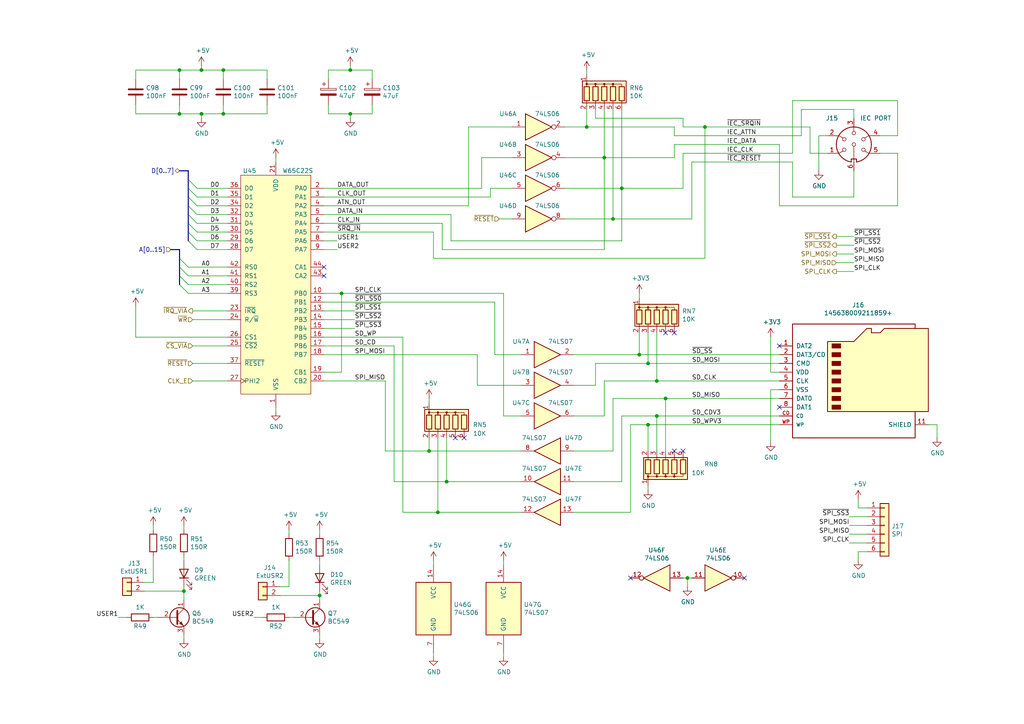
<source format=kicad_sch>
(kicad_sch (version 20211123) (generator eeschema)
  (paper "A4")
  (title_block (title "Y Ddraig Fach") (company "Stephen Moody"))
  (lib_symbols
    (symbol "74xx:74LS06" (pin_names (offset 1.016))
      (property "Reference" "U" (at 0 1.27 0))
      (property "Value" "74LS06" (at 0 -1.27 0))
      (symbol "74LS06_1_0"
        (pin input line (at -7.62 0 0) (length 3.81) (name "~") (number "1"))
        (pin open_collector inverted (at 7.62 0 180) (length 3.81) (name "~") (number "2"))
      )
      (symbol "74LS06_2_0"
        (pin input line (at -7.62 0 0) (length 3.81) (name "~") (number "3"))
        (pin open_collector inverted (at 7.62 0 180) (length 3.81) (name "~") (number "4"))
      )
      (symbol "74LS06_3_0"
        (pin input line (at -7.62 0 0) (length 3.81) (name "~") (number "5"))
        (pin open_collector inverted (at 7.62 0 180) (length 3.81) (name "~") (number "6"))
      )
      (symbol "74LS06_4_0"
        (pin open_collector inverted (at 7.62 0 180) (length 3.81) (name "~") (number "8"))
        (pin input line (at -7.62 0 0) (length 3.81) (name "~") (number "9"))
      )
      (symbol "74LS06_5_0"
        (pin open_collector inverted (at 7.62 0 180) (length 3.81) (name "~") (number "10"))
        (pin input line (at -7.62 0 0) (length 3.81) (name "~") (number "11"))
      )
      (symbol "74LS06_6_0"
        (pin open_collector inverted (at 7.62 0 180) (length 3.81) (name "~") (number "12"))
        (pin input line (at -7.62 0 0) (length 3.81) (name "~") (number "13"))
      )
      (symbol "74LS06_7_0"
        (pin power_in line (at 0 12.7 270) (length 5.08) (name "VCC") (number "14"))
        (pin power_in line (at 0 -12.7 90) (length 5.08) (name "GND") (number "7"))
      )
    )
    (symbol "74xx:74LS07" (pin_names (offset 1.016))
      (property "Reference" "U" (at 0 1.27 0))
      (property "Value" "74LS07" (at 0 -1.27 0))
      (symbol "74LS07_1_0"
        (pin input line (at -7.62 0 0) (length 3.81) (name "~") (number "1"))
        (pin open_collector line (at 7.62 0 180) (length 3.81) (name "~") (number "2"))
      )
      (symbol "74LS07_2_0"
        (pin input line (at -7.62 0 0) (length 3.81) (name "~") (number "3"))
        (pin open_collector line (at 7.62 0 180) (length 3.81) (name "~") (number "4"))
      )
      (symbol "74LS07_3_0"
        (pin input line (at -7.62 0 0) (length 3.81) (name "~") (number "5"))
        (pin open_collector line (at 7.62 0 180) (length 3.81) (name "~") (number "6"))
      )
      (symbol "74LS07_4_0"
        (pin open_collector line (at 7.62 0 180) (length 3.81) (name "~") (number "8"))
        (pin input line (at -7.62 0 0) (length 3.81) (name "~") (number "9"))
      )
      (symbol "74LS07_5_0"
        (pin open_collector line (at 7.62 0 180) (length 3.81) (name "~") (number "10"))
        (pin input line (at -7.62 0 0) (length 3.81) (name "~") (number "11"))
      )
      (symbol "74LS07_6_0"
        (pin open_collector line (at 7.62 0 180) (length 3.81) (name "~") (number "12"))
        (pin input line (at -7.62 0 0) (length 3.81) (name "~") (number "13"))
      )
      (symbol "74LS07_7_0"
        (pin power_in line (at 0 12.7 270) (length 5.08) (name "VCC") (number "14"))
        (pin power_in line (at 0 -12.7 90) (length 5.08) (name "GND") (number "7"))
      )
    )
    (symbol "Connector:DIN-6" (pin_names (offset 1.016))
      (property "Reference" "J" (at 3.175 5.715 0))
      (property "Value" "DIN-6" (at 4.445 -4.445 0))
      (symbol "DIN-6_1_1"
        (pin passive line (at -7.62 -2.54 0) (length 2.54) (name "~") (number "1"))
        (pin passive line (at -7.62 2.54 0) (length 2.54) (name "~") (number "2"))
        (pin passive line (at 0 7.62 270) (length 2.54) (name "~") (number "3"))
        (pin passive line (at 7.62 2.54 180) (length 2.54) (name "~") (number "4"))
        (pin passive line (at 7.62 -2.54 180) (length 2.54) (name "~") (number "5"))
        (pin passive line (at 0 -7.62 90) (length 2.54) (name "~") (number "6"))
      )
    )
    (symbol "Connector_Generic:Conn_01x02" (pin_names (offset 1.016) hide)
      (property "Reference" "J" (at 0 2.54 0))
      (property "Value" "Conn_01x02" (at 0 -5.08 0))
      (symbol "Conn_01x02_1_1"
        (pin passive line (at -5.08 0 0) (length 3.81) (name "Pin_1") (number "1"))
        (pin passive line (at -5.08 -2.54 0) (length 3.81) (name "Pin_2") (number "2"))
      )
    )
    (symbol "Connector_Generic:Conn_01x06" (pin_names (offset 1.016) hide)
      (property "Reference" "J" (at 0 7.62 0))
      (property "Value" "Conn_01x06" (at 0 -10.16 0))
      (symbol "Conn_01x06_1_1"
        (pin passive line (at -5.08 5.08 0) (length 3.81) (name "Pin_1") (number "1"))
        (pin passive line (at -5.08 2.54 0) (length 3.81) (name "Pin_2") (number "2"))
        (pin passive line (at -5.08 0 0) (length 3.81) (name "Pin_3") (number "3"))
        (pin passive line (at -5.08 -2.54 0) (length 3.81) (name "Pin_4") (number "4"))
        (pin passive line (at -5.08 -5.08 0) (length 3.81) (name "Pin_5") (number "5"))
        (pin passive line (at -5.08 -7.62 0) (length 3.81) (name "Pin_6") (number "6"))
      )
    )
    (symbol "Ddraig:145638009211859+" (pin_names (offset 1.016))
      (property "Reference" "J" (at -7.6454 16.0274 0))
      (property "Value" "145638009211859+" (at -8.89 -21.59 0))
      (symbol "145638009211859+_0_0"
        (pin no_connect line (at -22.86 10.16 0) (length 5.08) hide (name "10") (number "10"))
        (pin no_connect line (at -22.86 12.7 0) (length 5.08) hide (name "9") (number "9"))
        (pin passive line (at -22.86 -12.7 0) (length 3.81) (name "CD") (number "CD"))
        (pin passive line (at -22.86 -15.24 0) (length 3.81) (name "WP") (number "WP"))
      )
      (symbol "145638009211859+_1_1"
        (pin bidirectional line (at -22.86 7.62 0) (length 3.81) (name "DAT2") (number "1"))
        (pin passive line (at 20.32 -15.24 180) (length 3.81) (name "SHIELD") (number "11"))
        (pin bidirectional line (at -22.86 5.08 0) (length 3.81) (name "DAT3/CD") (number "2"))
        (pin input line (at -22.86 2.54 0) (length 3.81) (name "CMD") (number "3"))
        (pin power_in line (at -22.86 0 0) (length 3.81) (name "VDD") (number "4"))
        (pin input line (at -22.86 -2.54 0) (length 3.81) (name "CLK") (number "5"))
        (pin power_in line (at -22.86 -5.08 0) (length 3.81) (name "VSS") (number "6"))
        (pin bidirectional line (at -22.86 -7.62 0) (length 3.81) (name "DAT0") (number "7"))
        (pin bidirectional line (at -22.86 -10.16 0) (length 3.81) (name "DAT1") (number "8"))
      )
    )
    (symbol "Ddraig:W65C22S" (pin_names (offset 1.016))
      (property "Reference" "U" (at 5.08 29.21 0))
      (property "Value" "W65C22S" (at 12.7 24.13 0))
      (symbol "W65C22S_1_1"
        (pin power_in line (at 0 -50.8 90) (length 3.81) (name "VSS") (number "1"))
        (pin bidirectional line (at 13.97 -17.78 180) (length 3.81) (name "PB0") (number "10"))
        (pin no_connect line (at -13.97 -7.62 0) (length 3.81) hide (name "NC") (number "11"))
        (pin bidirectional line (at 13.97 -20.32 180) (length 3.81) (name "PB1") (number "12"))
        (pin bidirectional line (at 13.97 -22.86 180) (length 3.81) (name "PB2") (number "13"))
        (pin bidirectional line (at 13.97 -25.4 180) (length 3.81) (name "PB3") (number "14"))
        (pin bidirectional line (at 13.97 -27.94 180) (length 3.81) (name "PB4") (number "15"))
        (pin bidirectional line (at 13.97 -30.48 180) (length 3.81) (name "PB5") (number "16"))
        (pin bidirectional line (at 13.97 -33.02 180) (length 3.81) (name "PB6") (number "17"))
        (pin bidirectional line (at 13.97 -35.56 180) (length 3.81) (name "PB7") (number "18"))
        (pin bidirectional line (at 13.97 -40.64 180) (length 3.81) (name "CB1") (number "19"))
        (pin bidirectional line (at 13.97 12.7 180) (length 3.81) (name "PA0") (number "2"))
        (pin bidirectional line (at 13.97 -43.18 180) (length 3.81) (name "CB2") (number "20"))
        (pin power_in line (at 0 20.32 270) (length 3.81) (name "VDD") (number "21"))
        (pin no_connect line (at -13.97 -20.32 0) (length 3.81) hide (name "NC") (number "22"))
        (pin output line (at -13.97 -22.86 0) (length 3.81) (name "~{IRQ}") (number "23"))
        (pin input line (at -13.97 -25.4 0) (length 3.81) (name "R/~{W}") (number "24"))
        (pin input line (at -13.97 -33.02 0) (length 3.81) (name "~{CS2}") (number "25"))
        (pin input line (at -13.97 -30.48 0) (length 3.81) (name "CS1") (number "26"))
        (pin input clock (at -13.97 -43.18 0) (length 3.81) (name "PHI2") (number "27"))
        (pin bidirectional line (at -13.97 -5.08 0) (length 3.81) (name "D7") (number "28"))
        (pin bidirectional line (at -13.97 -2.54 0) (length 3.81) (name "D6") (number "29"))
        (pin bidirectional line (at 13.97 10.16 180) (length 3.81) (name "PA1") (number "3"))
        (pin bidirectional line (at -13.97 0 0) (length 3.81) (name "D5") (number "30"))
        (pin bidirectional line (at -13.97 2.54 0) (length 3.81) (name "D4") (number "31"))
        (pin bidirectional line (at -13.97 5.08 0) (length 3.81) (name "D3") (number "32"))
        (pin no_connect line (at -13.97 -27.94 0) (length 3.81) hide (name "NC") (number "33"))
        (pin bidirectional line (at -13.97 7.62 0) (length 3.81) (name "D2") (number "34"))
        (pin bidirectional line (at -13.97 10.16 0) (length 3.81) (name "D1") (number "35"))
        (pin bidirectional line (at -13.97 12.7 0) (length 3.81) (name "D0") (number "36"))
        (pin input line (at -13.97 -38.1 0) (length 3.81) (name "~{RESET}") (number "37"))
        (pin no_connect line (at -13.97 -35.56 0) (length 3.81) hide (name "NC") (number "38"))
        (pin input line (at -13.97 -17.78 0) (length 3.81) (name "RS3") (number "39"))
        (pin bidirectional line (at 13.97 7.62 180) (length 3.81) (name "PA2") (number "4"))
        (pin input line (at -13.97 -15.24 0) (length 3.81) (name "RS2") (number "40"))
        (pin input line (at -13.97 -12.7 0) (length 3.81) (name "RS1") (number "41"))
        (pin input line (at -13.97 -10.16 0) (length 3.81) (name "RS0") (number "42"))
        (pin bidirectional line (at 13.97 -12.7 180) (length 3.81) (name "CA2") (number "43"))
        (pin bidirectional line (at 13.97 -10.16 180) (length 3.81) (name "CA1") (number "44"))
        (pin bidirectional line (at 13.97 5.08 180) (length 3.81) (name "PA3") (number "5"))
        (pin bidirectional line (at 13.97 2.54 180) (length 3.81) (name "PA4") (number "6"))
        (pin bidirectional line (at 13.97 0 180) (length 3.81) (name "PA5") (number "7"))
        (pin bidirectional line (at 13.97 -2.54 180) (length 3.81) (name "PA6") (number "8"))
        (pin bidirectional line (at 13.97 -5.08 180) (length 3.81) (name "PA7") (number "9"))
      )
    )
    (symbol "Device:C" (pin_numbers hide) (pin_names (offset 0.254))
      (property "Reference" "C" (at 0.635 2.54 0))
      (property "Value" "C" (at 0.635 -2.54 0))
      (symbol "C_1_1"
        (pin passive line (at 0 3.81 270) (length 2.794) (name "~") (number "1"))
        (pin passive line (at 0 -3.81 90) (length 2.794) (name "~") (number "2"))
      )
    )
    (symbol "Device:C_Polarized" (pin_numbers hide) (pin_names (offset 0.254))
      (property "Reference" "C" (at 0.635 2.54 0))
      (property "Value" "C_Polarized" (at 0.635 -2.54 0))
      (symbol "C_Polarized_1_1"
        (pin passive line (at 0 3.81 270) (length 2.794) (name "~") (number "1"))
        (pin passive line (at 0 -3.81 90) (length 2.794) (name "~") (number "2"))
      )
    )
    (symbol "Device:LED" (pin_numbers hide) (pin_names (offset 1.016) hide)
      (property "Reference" "D" (at 0 2.54 0))
      (property "Value" "LED" (at 0 -2.54 0))
      (symbol "LED_1_1"
        (pin passive line (at -3.81 0 0) (length 2.54) (name "K") (number "1"))
        (pin passive line (at 3.81 0 180) (length 2.54) (name "A") (number "2"))
      )
    )
    (symbol "Device:R" (pin_numbers hide) (pin_names (offset 0))
      (property "Reference" "R" (at 2.032 0 90))
      (property "Value" "R" (at 0 0 90))
      (symbol "R_1_1"
        (pin passive line (at 0 3.81 270) (length 1.27) (name "~") (number "1"))
        (pin passive line (at 0 -3.81 90) (length 1.27) (name "~") (number "2"))
      )
    )
    (symbol "Device:R_Network05" (pin_names (offset 0) hide)
      (property "Reference" "RN" (at -7.62 0 90))
      (property "Value" "R_Network05" (at 7.62 0 90))
      (symbol "R_Network05_1_1"
        (pin passive line (at -5.08 5.08 270) (length 2.54) (name "common") (number "1"))
        (pin passive line (at -5.08 -5.08 90) (length 1.27) (name "R1") (number "2"))
        (pin passive line (at -2.54 -5.08 90) (length 1.27) (name "R2") (number "3"))
        (pin passive line (at 0 -5.08 90) (length 1.27) (name "R3") (number "4"))
        (pin passive line (at 2.54 -5.08 90) (length 1.27) (name "R4") (number "5"))
        (pin passive line (at 5.08 -5.08 90) (length 1.27) (name "R5") (number "6"))
      )
    )
    (symbol "Transistor_BJT:BC549" (pin_names (offset 0) hide)
      (property "Reference" "Q" (at 5.08 1.905 0))
      (property "Value" "BC549" (at 5.08 0 0))
      (symbol "BC549_1_1"
        (pin passive line (at 2.54 5.08 270) (length 2.54) (name "C") (number "1"))
        (pin input line (at -5.08 0 0) (length 5.08) (name "B") (number "2"))
        (pin passive line (at 2.54 -5.08 90) (length 2.54) (name "E") (number "3"))
      )
    )
    (symbol "power:+3V3" (power) (pin_names (offset 0))
      (property "Value" "+3V3" (at 0 3.556 0))
      (symbol "+3V3_1_1"
        (pin power_in line (at 0 0 90) (length 0) hide (name "+3V3") (number "1"))
      )
    )
    (symbol "power:+5V" (power) (pin_names (offset 0))
      (property "Value" "+5V" (at 0 3.556 0))
      (symbol "+5V_1_1"
        (pin power_in line (at 0 0 90) (length 0) hide (name "+5V") (number "1"))
      )
    )
    (symbol "power:GND" (power) (pin_names (offset 0))
      (property "Value" "GND" (at 0 -3.81 0))
      (symbol "GND_1_1"
        (pin power_in line (at 0 0 270) (length 0) hide (name "GND") (number "1"))
      )
    )
  )
  (junction (at 185.42 102.87))
  (junction (at 99.06 85.09))
  (junction (at 177.8 63.5))
  (junction (at 180.34 54.61))
  (junction (at 193.04 115.57))
  (junction (at 101.6 20.32))
  (junction (at 64.77 20.32))
  (junction (at 187.96 105.41))
  (junction (at 64.77 33.02))
  (junction (at 58.42 33.02))
  (junction (at 92.71 172.72))
  (junction (at 124.46 130.81))
  (junction (at 199.39 167.64))
  (junction (at 52.07 33.02))
  (junction (at 53.34 171.45))
  (junction (at 175.26 45.72))
  (junction (at 187.96 123.19))
  (junction (at 52.07 20.32))
  (junction (at 204.47 36.83))
  (junction (at 129.54 139.7))
  (junction (at 190.5 110.49))
  (junction (at 127 148.59))
  (junction (at 58.42 20.32))
  (junction (at 190.5 120.65))
  (junction (at 170.18 36.83))
  (junction (at 101.6 33.02))
  (no_connect (at 134.62 127))
  (no_connect (at 93.98 80.01))
  (no_connect (at 93.98 77.47))
  (no_connect (at 226.06 118.11))
  (no_connect (at 195.58 130.81))
  (no_connect (at 132.08 127))
  (no_connect (at 182.88 167.64))
  (no_connect (at 226.06 100.33))
  (no_connect (at 193.04 96.52))
  (no_connect (at 198.12 130.81))
  (no_connect (at 215.9 167.64))
  (no_connect (at 195.58 96.52))
  (bus_entry (at 54.61 69.85) (size 2.54 2.54))
  (bus_entry (at 54.61 52.07) (size 2.54 2.54))
  (bus_entry (at 54.61 59.69) (size 2.54 2.54))
  (bus_entry (at 54.61 57.15) (size 2.54 2.54))
  (bus_entry (at 52.07 77.47) (size 2.54 2.54))
  (bus_entry (at 54.61 54.61) (size 2.54 2.54))
  (bus_entry (at 52.07 74.93) (size 2.54 2.54))
  (bus_entry (at 54.61 64.77) (size 2.54 2.54))
  (bus_entry (at 52.07 82.55) (size 2.54 2.54))
  (bus_entry (at 52.07 80.01) (size 2.54 2.54))
  (bus_entry (at 54.61 67.31) (size 2.54 2.54))
  (bus_entry (at 54.61 62.23) (size 2.54 2.54))
  (wire (pts (xy 55.88 90.17) (xy 66.04 90.17)))
  (wire (pts (xy 95.25 33.02) (xy 101.6 33.02)))
  (wire (pts (xy 255.27 44.45) (xy 260.35 44.45)))
  (wire (pts (xy 139.7 54.61) (xy 139.7 45.72)))
  (wire (pts (xy 180.34 54.61) (xy 198.12 54.61)))
  (wire (pts (xy 166.37 111.76) (xy 172.72 111.76)))
  (wire (pts (xy 185.42 102.87) (xy 226.06 102.87)))
  (wire (pts (xy 248.92 160.02) (xy 251.46 160.02)))
  (wire (pts (xy 144.78 63.5) (xy 148.59 63.5)))
  (wire (pts (xy 271.78 127) (xy 271.78 123.19)))
  (wire (pts (xy 66.04 69.85) (xy 57.15 69.85)))
  (wire (pts (xy 180.34 54.61) (xy 180.34 69.85)))
  (wire (pts (xy 237.49 39.37) (xy 240.03 39.37)))
  (wire (pts (xy 182.88 148.59) (xy 166.37 148.59)))
  (wire (pts (xy 247.65 57.15) (xy 247.65 49.53)))
  (wire (pts (xy 92.71 163.83) (xy 92.71 162.56)))
  (wire (pts (xy 143.51 102.87) (xy 151.13 102.87)))
  (wire (pts (xy 58.42 20.32) (xy 64.77 20.32)))
  (wire (pts (xy 64.77 22.86) (xy 64.77 20.32)))
  (wire (pts (xy 175.26 31.75) (xy 175.26 45.72)))
  (wire (pts (xy 193.04 130.81) (xy 193.04 115.57)))
  (wire (pts (xy 251.46 152.4) (xy 246.38 152.4)))
  (wire (pts (xy 55.88 105.41) (xy 66.04 105.41)))
  (wire (pts (xy 93.98 64.77) (xy 128.27 64.77)))
  (wire (pts (xy 80.01 46.99) (xy 80.01 45.72)))
  (wire (pts (xy 66.04 100.33) (xy 55.88 100.33)))
  (wire (pts (xy 247.65 34.29) (xy 247.65 31.75)))
  (wire (pts (xy 251.46 149.86) (xy 246.38 149.86)))
  (wire (pts (xy 193.04 115.57) (xy 226.06 115.57)))
  (wire (pts (xy 130.81 62.23) (xy 130.81 69.85)))
  (wire (pts (xy 251.46 154.94) (xy 246.38 154.94)))
  (bus (pts (xy 54.61 59.69) (xy 54.61 62.23)))
  (wire (pts (xy 41.91 168.91) (xy 44.45 168.91)))
  (wire (pts (xy 93.98 97.79) (xy 116.84 97.79)))
  (wire (pts (xy 180.34 120.65) (xy 180.34 139.7)))
  (wire (pts (xy 247.65 76.2) (xy 242.57 76.2)))
  (wire (pts (xy 135.89 59.69) (xy 135.89 36.83)))
  (wire (pts (xy 66.04 67.31) (xy 57.15 67.31)))
  (wire (pts (xy 229.87 46.99) (xy 229.87 57.15)))
  (wire (pts (xy 163.83 45.72) (xy 175.26 45.72)))
  (wire (pts (xy 247.65 31.75) (xy 232.41 31.75)))
  (wire (pts (xy 73.66 179.07) (xy 76.2 179.07)))
  (bus (pts (xy 54.61 54.61) (xy 54.61 57.15)))
  (wire (pts (xy 177.8 115.57) (xy 193.04 115.57)))
  (wire (pts (xy 187.96 142.24) (xy 187.96 140.97)))
  (wire (pts (xy 198.12 34.29) (xy 198.12 36.83)))
  (wire (pts (xy 101.6 19.05) (xy 101.6 20.32)))
  (wire (pts (xy 34.29 179.07) (xy 36.83 179.07)))
  (wire (pts (xy 248.92 162.56) (xy 248.92 160.02)))
  (wire (pts (xy 232.41 31.75) (xy 232.41 39.37)))
  (wire (pts (xy 58.42 34.29) (xy 58.42 33.02)))
  (wire (pts (xy 39.37 97.79) (xy 66.04 97.79)))
  (wire (pts (xy 124.46 127) (xy 124.46 130.81)))
  (wire (pts (xy 53.34 170.18) (xy 53.34 171.45)))
  (wire (pts (xy 127 127) (xy 127 148.59)))
  (wire (pts (xy 66.04 92.71) (xy 55.88 92.71)))
  (wire (pts (xy 251.46 147.32) (xy 248.92 147.32)))
  (wire (pts (xy 101.6 34.29) (xy 101.6 33.02)))
  (wire (pts (xy 95.25 20.32) (xy 101.6 20.32)))
  (bus (pts (xy 54.61 62.23) (xy 54.61 64.77)))
  (wire (pts (xy 247.65 78.74) (xy 242.57 78.74)))
  (wire (pts (xy 143.51 87.63) (xy 143.51 102.87)))
  (wire (pts (xy 260.35 59.69) (xy 226.06 59.69)))
  (bus (pts (xy 52.07 72.39) (xy 52.07 74.93)))
  (wire (pts (xy 83.82 170.18) (xy 83.82 162.56)))
  (bus (pts (xy 54.61 49.53) (xy 54.61 52.07)))
  (bus (pts (xy 54.61 52.07) (xy 54.61 54.61)))
  (wire (pts (xy 93.98 87.63) (xy 143.51 87.63)))
  (wire (pts (xy 95.25 30.48) (xy 95.25 33.02)))
  (wire (pts (xy 39.37 22.86) (xy 39.37 20.32)))
  (wire (pts (xy 116.84 97.79) (xy 116.84 148.59)))
  (wire (pts (xy 77.47 33.02) (xy 77.47 30.48)))
  (wire (pts (xy 125.73 162.56) (xy 125.73 163.83)))
  (wire (pts (xy 195.58 39.37) (xy 232.41 39.37)))
  (wire (pts (xy 124.46 130.81) (xy 111.76 130.81)))
  (wire (pts (xy 170.18 20.32) (xy 170.18 21.59)))
  (wire (pts (xy 185.42 86.36) (xy 185.42 85.09)))
  (wire (pts (xy 187.96 130.81) (xy 187.96 123.19)))
  (wire (pts (xy 177.8 31.75) (xy 177.8 63.5)))
  (wire (pts (xy 148.59 54.61) (xy 142.24 54.61)))
  (wire (pts (xy 66.04 72.39) (xy 57.15 72.39)))
  (wire (pts (xy 180.34 120.65) (xy 190.5 120.65)))
  (wire (pts (xy 166.37 102.87) (xy 185.42 102.87)))
  (wire (pts (xy 187.96 123.19) (xy 226.06 123.19)))
  (wire (pts (xy 93.98 67.31) (xy 125.73 67.31)))
  (wire (pts (xy 151.13 130.81) (xy 124.46 130.81)))
  (wire (pts (xy 39.37 20.32) (xy 52.07 20.32)))
  (wire (pts (xy 80.01 118.11) (xy 80.01 119.38)))
  (wire (pts (xy 166.37 120.65) (xy 175.26 120.65)))
  (wire (pts (xy 175.26 110.49) (xy 190.5 110.49)))
  (wire (pts (xy 114.3 100.33) (xy 114.3 139.7)))
  (wire (pts (xy 177.8 130.81) (xy 166.37 130.81)))
  (wire (pts (xy 53.34 184.15) (xy 53.34 185.42)))
  (wire (pts (xy 116.84 148.59) (xy 127 148.59)))
  (wire (pts (xy 52.07 22.86) (xy 52.07 20.32)))
  (wire (pts (xy 175.26 110.49) (xy 175.26 120.65)))
  (wire (pts (xy 114.3 139.7) (xy 129.54 139.7)))
  (wire (pts (xy 125.73 67.31) (xy 125.73 74.93)))
  (wire (pts (xy 142.24 57.15) (xy 142.24 54.61)))
  (wire (pts (xy 226.06 59.69) (xy 226.06 41.91)))
  (wire (pts (xy 146.05 162.56) (xy 146.05 163.83)))
  (bus (pts (xy 52.07 72.39) (xy 49.53 72.39)))
  (wire (pts (xy 93.98 69.85) (xy 97.79 69.85)))
  (wire (pts (xy 199.39 170.18) (xy 199.39 167.64)))
  (wire (pts (xy 172.72 111.76) (xy 172.72 105.41)))
  (wire (pts (xy 148.59 45.72) (xy 139.7 45.72)))
  (wire (pts (xy 195.58 41.91) (xy 226.06 41.91)))
  (wire (pts (xy 175.26 45.72) (xy 195.58 45.72)))
  (wire (pts (xy 107.95 22.86) (xy 107.95 20.32)))
  (wire (pts (xy 54.61 77.47) (xy 66.04 77.47)))
  (wire (pts (xy 138.43 111.76) (xy 151.13 111.76)))
  (wire (pts (xy 93.98 72.39) (xy 97.79 72.39)))
  (wire (pts (xy 66.04 59.69) (xy 57.15 59.69)))
  (wire (pts (xy 83.82 154.94) (xy 83.82 153.67)))
  (wire (pts (xy 247.65 68.58) (xy 242.57 68.58)))
  (wire (pts (xy 95.25 22.86) (xy 95.25 20.32)))
  (wire (pts (xy 204.47 36.83) (xy 234.95 36.83)))
  (wire (pts (xy 199.39 167.64) (xy 200.66 167.64)))
  (wire (pts (xy 128.27 72.39) (xy 175.26 72.39)))
  (wire (pts (xy 247.65 73.66) (xy 242.57 73.66)))
  (wire (pts (xy 180.34 31.75) (xy 180.34 54.61)))
  (wire (pts (xy 52.07 30.48) (xy 52.07 33.02)))
  (wire (pts (xy 44.45 168.91) (xy 44.45 161.29)))
  (wire (pts (xy 146.05 189.23) (xy 146.05 190.5)))
  (bus (pts (xy 52.07 80.01) (xy 52.07 82.55)))
  (wire (pts (xy 99.06 85.09) (xy 93.98 85.09)))
  (wire (pts (xy 163.83 36.83) (xy 170.18 36.83)))
  (wire (pts (xy 255.27 39.37) (xy 260.35 39.37)))
  (wire (pts (xy 240.03 44.45) (xy 234.95 44.45)))
  (wire (pts (xy 146.05 85.09) (xy 146.05 120.65)))
  (wire (pts (xy 64.77 33.02) (xy 77.47 33.02)))
  (wire (pts (xy 58.42 19.05) (xy 58.42 20.32)))
  (wire (pts (xy 251.46 157.48) (xy 246.38 157.48)))
  (wire (pts (xy 195.58 39.37) (xy 195.58 36.83)))
  (wire (pts (xy 170.18 36.83) (xy 195.58 36.83)))
  (wire (pts (xy 93.98 110.49) (xy 111.76 110.49)))
  (wire (pts (xy 200.66 46.99) (xy 200.66 63.5)))
  (wire (pts (xy 92.71 172.72) (xy 81.28 172.72)))
  (wire (pts (xy 170.18 31.75) (xy 170.18 36.83)))
  (wire (pts (xy 93.98 54.61) (xy 139.7 54.61)))
  (wire (pts (xy 54.61 80.01) (xy 66.04 80.01)))
  (wire (pts (xy 93.98 62.23) (xy 130.81 62.23)))
  (wire (pts (xy 54.61 82.55) (xy 66.04 82.55)))
  (wire (pts (xy 39.37 30.48) (xy 39.37 33.02)))
  (wire (pts (xy 66.04 62.23) (xy 57.15 62.23)))
  (wire (pts (xy 93.98 92.71) (xy 102.87 92.71)))
  (wire (pts (xy 93.98 57.15) (xy 142.24 57.15)))
  (wire (pts (xy 111.76 130.81) (xy 111.76 110.49)))
  (wire (pts (xy 99.06 85.09) (xy 146.05 85.09)))
  (wire (pts (xy 185.42 96.52) (xy 185.42 102.87)))
  (bus (pts (xy 52.07 74.93) (xy 52.07 77.47)))
  (wire (pts (xy 172.72 31.75) (xy 172.72 34.29)))
  (wire (pts (xy 39.37 33.02) (xy 52.07 33.02)))
  (wire (pts (xy 129.54 127) (xy 129.54 139.7)))
  (wire (pts (xy 44.45 179.07) (xy 45.72 179.07)))
  (wire (pts (xy 260.35 44.45) (xy 260.35 59.69)))
  (wire (pts (xy 198.12 36.83) (xy 204.47 36.83)))
  (wire (pts (xy 64.77 30.48) (xy 64.77 33.02)))
  (wire (pts (xy 92.71 184.15) (xy 92.71 185.42)))
  (wire (pts (xy 190.5 120.65) (xy 226.06 120.65)))
  (wire (pts (xy 66.04 110.49) (xy 55.88 110.49)))
  (wire (pts (xy 102.87 95.25) (xy 93.98 95.25)))
  (wire (pts (xy 198.12 44.45) (xy 229.87 44.45)))
  (wire (pts (xy 125.73 189.23) (xy 125.73 190.5)))
  (wire (pts (xy 66.04 64.77) (xy 57.15 64.77)))
  (wire (pts (xy 128.27 72.39) (xy 128.27 64.77)))
  (wire (pts (xy 93.98 59.69) (xy 135.89 59.69)))
  (wire (pts (xy 177.8 63.5) (xy 200.66 63.5)))
  (wire (pts (xy 135.89 36.83) (xy 148.59 36.83)))
  (wire (pts (xy 146.05 120.65) (xy 151.13 120.65)))
  (wire (pts (xy 127 148.59) (xy 151.13 148.59)))
  (bus (pts (xy 54.61 67.31) (xy 54.61 69.85)))
  (wire (pts (xy 101.6 20.32) (xy 107.95 20.32)))
  (wire (pts (xy 200.66 46.99) (xy 229.87 46.99)))
  (wire (pts (xy 81.28 170.18) (xy 83.82 170.18)))
  (wire (pts (xy 190.5 96.52) (xy 190.5 110.49)))
  (wire (pts (xy 93.98 100.33) (xy 114.3 100.33)))
  (wire (pts (xy 172.72 105.41) (xy 187.96 105.41)))
  (wire (pts (xy 226.06 107.95) (xy 223.52 107.95)))
  (wire (pts (xy 107.95 30.48) (xy 107.95 33.02)))
  (wire (pts (xy 204.47 74.93) (xy 204.47 36.83)))
  (wire (pts (xy 129.54 139.7) (xy 151.13 139.7)))
  (wire (pts (xy 182.88 123.19) (xy 187.96 123.19)))
  (wire (pts (xy 124.46 115.57) (xy 124.46 116.84)))
  (wire (pts (xy 229.87 29.21) (xy 229.87 44.45)))
  (wire (pts (xy 99.06 107.95) (xy 93.98 107.95)))
  (bus (pts (xy 52.07 77.47) (xy 52.07 80.01)))
  (wire (pts (xy 190.5 130.81) (xy 190.5 120.65)))
  (wire (pts (xy 247.65 71.12) (xy 242.57 71.12)))
  (wire (pts (xy 101.6 33.02) (xy 107.95 33.02)))
  (wire (pts (xy 223.52 97.79) (xy 223.52 107.95)))
  (wire (pts (xy 92.71 171.45) (xy 92.71 172.72)))
  (wire (pts (xy 130.81 69.85) (xy 180.34 69.85)))
  (wire (pts (xy 180.34 139.7) (xy 166.37 139.7)))
  (wire (pts (xy 237.49 49.53) (xy 237.49 39.37)))
  (wire (pts (xy 234.95 44.45) (xy 234.95 36.83)))
  (wire (pts (xy 187.96 105.41) (xy 226.06 105.41)))
  (wire (pts (xy 195.58 41.91) (xy 195.58 45.72)))
  (wire (pts (xy 102.87 90.17) (xy 93.98 90.17)))
  (wire (pts (xy 223.52 113.03) (xy 226.06 113.03)))
  (wire (pts (xy 53.34 171.45) (xy 41.91 171.45)))
  (wire (pts (xy 182.88 123.19) (xy 182.88 148.59)))
  (wire (pts (xy 83.82 179.07) (xy 85.09 179.07)))
  (wire (pts (xy 66.04 54.61) (xy 57.15 54.61)))
  (wire (pts (xy 125.73 74.93) (xy 204.47 74.93)))
  (wire (pts (xy 172.72 34.29) (xy 198.12 34.29)))
  (bus (pts (xy 54.61 64.77) (xy 54.61 67.31)))
  (wire (pts (xy 58.42 33.02) (xy 64.77 33.02)))
  (wire (pts (xy 260.35 39.37) (xy 260.35 29.21)))
  (wire (pts (xy 177.8 115.57) (xy 177.8 130.81)))
  (wire (pts (xy 163.83 63.5) (xy 177.8 63.5)))
  (wire (pts (xy 54.61 85.09) (xy 66.04 85.09)))
  (wire (pts (xy 93.98 102.87) (xy 138.43 102.87)))
  (wire (pts (xy 92.71 154.94) (xy 92.71 153.67)))
  (wire (pts (xy 260.35 29.21) (xy 229.87 29.21)))
  (wire (pts (xy 163.83 54.61) (xy 180.34 54.61)))
  (bus (pts (xy 54.61 57.15) (xy 54.61 59.69)))
  (wire (pts (xy 39.37 88.9) (xy 39.37 97.79)))
  (wire (pts (xy 64.77 20.32) (xy 77.47 20.32)))
  (wire (pts (xy 223.52 128.27) (xy 223.52 113.03)))
  (wire (pts (xy 77.47 20.32) (xy 77.47 22.86)))
  (wire (pts (xy 53.34 162.56) (xy 53.34 161.29)))
  (wire (pts (xy 187.96 96.52) (xy 187.96 105.41)))
  (bus (pts (xy 54.61 49.53) (xy 52.07 49.53)))
  (wire (pts (xy 248.92 147.32) (xy 248.92 144.78)))
  (wire (pts (xy 175.26 45.72) (xy 175.26 72.39)))
  (wire (pts (xy 190.5 110.49) (xy 226.06 110.49)))
  (wire (pts (xy 138.43 102.87) (xy 138.43 111.76)))
  (wire (pts (xy 52.07 20.32) (xy 58.42 20.32)))
  (wire (pts (xy 66.04 57.15) (xy 57.15 57.15)))
  (wire (pts (xy 44.45 153.67) (xy 44.45 152.4)))
  (wire (pts (xy 92.71 173.99) (xy 92.71 172.72)))
  (wire (pts (xy 52.07 33.02) (xy 58.42 33.02)))
  (wire (pts (xy 199.39 167.64) (xy 198.12 167.64)))
  (wire (pts (xy 229.87 57.15) (xy 247.65 57.15)))
  (wire (pts (xy 271.78 123.19) (xy 269.24 123.19)))
  (wire (pts (xy 99.06 85.09) (xy 99.06 107.95)))
  (wire (pts (xy 53.34 171.45) (xy 53.34 173.99)))
  (wire (pts (xy 198.12 44.45) (xy 198.12 54.61)))
  (wire (pts (xy 53.34 153.67) (xy 53.34 152.4)))
  (label "ATN_OUT" (at 97.79 59.69 0))
  (label "~{SRQ_IN}" (at 97.79 67.31 0))
  (label "A3" (at 58.42 85.09 0))
  (label "D6" (at 60.96 69.85 0))
  (label "D7" (at 60.96 72.39 0))
  (label "D3" (at 60.96 62.23 0))
  (label "SPI_CLK" (at 102.87 85.09 0))
  (label "~{SD_SS}" (at 200.66 102.87 0))
  (label "SPI_MOSI" (at 247.65 73.66 0))
  (label "DATA_IN" (at 97.79 62.23 0))
  (label "IEC_CLK" (at 210.82 44.45 0))
  (label "CLK_OUT" (at 97.79 57.15 0))
  (label "~{IEC_SRQIN}" (at 210.82 36.83 0))
  (label "D4" (at 60.96 64.77 0))
  (label "SPI_MOSI" (at 246.38 152.4 180))
  (label "~{SPI_SS3}" (at 102.87 95.25 0))
  (label "SPI_MISO" (at 247.65 76.2 0))
  (label "SD_CLK" (at 200.66 110.49 0))
  (label "~{SPI_SS1}" (at 102.87 90.17 0))
  (label "USER1" (at 97.79 69.85 0))
  (label "SD_WP" (at 102.87 97.79 0))
  (label "A0" (at 58.42 77.47 0))
  (label "D5" (at 60.96 67.31 0))
  (label "A1" (at 58.42 80.01 0))
  (label "USER2" (at 97.79 72.39 0))
  (label "SPI_MISO" (at 102.87 110.49 0))
  (label "D1" (at 60.96 57.15 0))
  (label "~{SPI_SS1}" (at 247.65 68.58 0))
  (label "~{IEC_RESET}" (at 210.82 46.99 0))
  (label "~{SPI_SS0}" (at 102.87 87.63 0))
  (label "SD_MOSI" (at 200.66 105.41 0))
  (label "SD_WPV3" (at 200.66 123.19 0))
  (label "~{SPI_SS2}" (at 102.87 92.71 0))
  (label "SPI_MOSI" (at 102.87 102.87 0))
  (label "USER1" (at 34.29 179.07 180))
  (label "SPI_CLK" (at 247.65 78.74 0))
  (label "SPI_CLK" (at 246.38 157.48 180))
  (label "DATA_OUT" (at 97.79 54.61 0))
  (label "IEC_DATA" (at 210.82 41.91 0))
  (label "~{SPI_SS3}" (at 246.38 149.86 180))
  (label "CLK_IN" (at 97.79 64.77 0))
  (label "~{SPI_SS2}" (at 247.65 71.12 0))
  (label "USER2" (at 73.66 179.07 180))
  (label "IEC_ATTN" (at 210.82 39.37 0))
  (label "SD_CDV3" (at 200.66 120.65 0))
  (label "SPI_MISO" (at 246.38 154.94 180))
  (label "SD_MISO" (at 200.66 115.57 0))
  (label "D2" (at 60.96 59.69 0))
  (label "D0" (at 60.96 54.61 0))
  (label "A2" (at 58.42 82.55 0))
  (label "SD_CD" (at 102.87 100.33 0))
  (hierarchical_label "SPI_MISO" (shape input) (at 242.57 76.2 180))
  (hierarchical_label "~{IRQ_VIA}" (shape output) (at 55.88 90.17 180))
  (hierarchical_label "D[0..7]" (shape bidirectional) (at 52.07 49.53 180))
  (hierarchical_label "~{SPI_SS2}" (shape output) (at 242.57 71.12 180))
  (hierarchical_label "A[0..15]" (shape input) (at 49.53 72.39 180))
  (hierarchical_label "CLK_E" (shape input) (at 55.88 110.49 180))
  (hierarchical_label "SPI_MOSI" (shape output) (at 242.57 73.66 180))
  (hierarchical_label "~{WR}" (shape input) (at 55.88 92.71 180))
  (hierarchical_label "~{RESET}" (shape input) (at 55.88 105.41 180))
  (hierarchical_label "~{SPI_SS1}" (shape output) (at 242.57 68.58 180))
  (hierarchical_label "SPI_CLK" (shape output) (at 242.57 78.74 180))
  (hierarchical_label "~{RESET}" (shape input) (at 144.78 63.5 180))
  (hierarchical_label "~{CS_VIA}" (shape input) (at 55.88 100.33 180))
  (symbol (lib_id "power:+3V3") (at 223.52 97.79 0) (unit 1)
    (property "Reference" "#PWR0233" (effects hide))
    (property "Value" "+3V3" (at 223.901 93.3958 0))
  )
  (symbol (lib_id "power:GND") (at 223.52 128.27 0) (unit 1)
    (property "Reference" "#PWR0234" (effects hide))
    (property "Value" "GND" (at 223.647 132.6642 0))
  )
  (symbol (lib_id "power:GND") (at 271.78 127 0) (unit 1)
    (property "Reference" "#PWR0238" (effects hide))
    (property "Value" "GND" (at 271.907 131.3942 0))
  )
  (symbol (lib_id "power:+5V") (at 39.37 88.9 0) (unit 1)
    (property "Reference" "#PWR0211" (effects hide))
    (property "Value" "+5V" (at 39.751 84.5058 0))
  )
  (symbol (lib_id "Connector:DIN-6") (at 247.65 41.91 0) (unit 1)
    (property "Reference" "J15" (at 241.3 34.29 0))
    (property "Value" "IEC PORT" (at 254 34.29 0))
    (property "Footprint" "Ddraig:CUI_SDS-60J" (effects hide))
    (property "Datasheet" "http://www.mouser.com/ds/2/18/40_c091_abd_e-75918.pdf" (effects hide))
  )
  (symbol (lib_id "power:GND") (at 237.49 49.53 0) (unit 1)
    (property "Reference" "#PWR0235" (effects hide))
    (property "Value" "GND" (at 237.617 53.9242 0))
  )
  (symbol (lib_id "74xx:74LS06") (at 156.21 36.83 0) (unit 1)
    (property "Reference" "U46" (at 147.32 33.02 0))
    (property "Value" "74LS06" (at 158.75 33.02 0))
    (property "Footprint" "Package_DIP:DIP-14_W7.62mm_Socket" (effects hide))
    (property "Datasheet" "http://www.ti.com/lit/gpn/sn74LS06" (effects hide))
  )
  (symbol (lib_id "74xx:74LS06") (at 156.21 45.72 0) (unit 2)
    (property "Reference" "U46" (at 147.32 41.91 0))
    (property "Value" "74LS06" (at 158.75 41.91 0))
    (property "Footprint" "Package_DIP:DIP-14_W7.62mm_Socket" (effects hide))
    (property "Datasheet" "http://www.ti.com/lit/gpn/sn74LS06" (effects hide))
  )
  (symbol (lib_id "74xx:74LS06") (at 156.21 54.61 0) (unit 3)
    (property "Reference" "U46" (at 147.32 50.8 0))
    (property "Value" "74LS06" (at 158.75 50.8 0))
    (property "Footprint" "Package_DIP:DIP-14_W7.62mm_Socket" (effects hide))
    (property "Datasheet" "http://www.ti.com/lit/gpn/sn74LS06" (effects hide))
  )
  (symbol (lib_id "74xx:74LS06") (at 156.21 63.5 0) (unit 4)
    (property "Reference" "U46" (at 147.32 59.69 0))
    (property "Value" "74LS06" (at 158.75 59.69 0))
    (property "Footprint" "Package_DIP:DIP-14_W7.62mm_Socket" (effects hide))
    (property "Datasheet" "http://www.ti.com/lit/gpn/sn74LS06" (effects hide))
  )
  (symbol (lib_id "74xx:74LS06") (at 208.28 167.64 0) (unit 5)
    (property "Reference" "U46" (at 208.28 159.5882 0))
    (property "Value" "74LS06" (at 208.28 161.8996 0))
    (property "Footprint" "Package_DIP:DIP-14_W7.62mm_Socket" (effects hide))
    (property "Datasheet" "http://www.ti.com/lit/gpn/sn74LS06" (effects hide))
  )
  (symbol (lib_id "74xx:74LS06") (at 190.5 167.64 0) (mirror y) (unit 6)
    (property "Reference" "U46" (at 190.5 159.5882 0))
    (property "Value" "74LS06" (at 190.5 161.8996 0))
    (property "Footprint" "Package_DIP:DIP-14_W7.62mm_Socket" (effects hide))
    (property "Datasheet" "http://www.ti.com/lit/gpn/sn74LS06" (effects hide))
  )
  (symbol (lib_id "74xx:74LS06") (at 125.73 176.53 0) (unit 7)
    (property "Reference" "U46" (at 131.572 175.3616 0) (effects (justify left)))
    (property "Value" "74LS06" (at 131.572 177.673 0) (effects (justify left)))
    (property "Footprint" "Package_DIP:DIP-14_W7.62mm_Socket" (effects hide))
    (property "Datasheet" "http://www.ti.com/lit/gpn/sn74LS06" (effects hide))
  )
  (symbol (lib_id "power:+5V") (at 170.18 20.32 0) (unit 1)
    (property "Reference" "#PWR0229" (effects hide))
    (property "Value" "+5V" (at 170.561 15.9258 0))
  )
  (symbol (lib_id "Ddraig:W65C22S") (at 80.01 67.31 0) (unit 1)
    (property "Reference" "U45" (at 72.39 49.53 0))
    (property "Value" "W65C22S" (at 86.36 49.53 0))
    (property "Footprint" "Package_LCC:PLCC-44_THT-Socket" (effects hide))
  )
  (symbol (lib_id "power:+5V") (at 80.01 45.72 0) (unit 1)
    (property "Reference" "#PWR0217" (effects hide))
    (property "Value" "+5V" (at 80.391 41.3258 0))
  )
  (symbol (lib_id "power:GND") (at 80.01 119.38 0) (unit 1)
    (property "Reference" "#PWR0218" (effects hide))
    (property "Value" "GND" (at 80.137 123.7742 0))
  )
  (symbol (lib_id "Ddraig:145638009211859+") (at 248.92 107.95 0) (unit 1)
    (property "Reference" "J16" (at 248.92 88.4682 0))
    (property "Value" "145638009211859+" (at 248.92 90.7796 0))
    (property "Footprint" "Ddraig:CONN_145638009211859+" (effects hide))
    (property "MANUFACTURER" "AVX Corp/Kyocrea Corp" (effects hide))
  )
  (symbol (lib_id "power:GND") (at 125.73 190.5 0) (unit 1)
    (property "Reference" "#PWR0226" (effects hide))
    (property "Value" "GND" (at 125.857 194.8942 0))
  )
  (symbol (lib_id "power:GND") (at 199.39 170.18 0) (unit 1)
    (property "Reference" "#PWR0232" (effects hide))
    (property "Value" "GND" (at 199.517 174.5742 0))
  )
  (symbol (lib_id "power:+5V") (at 125.73 162.56 0) (unit 1)
    (property "Reference" "#PWR0225" (effects hide))
    (property "Value" "+5V" (at 126.111 158.1658 0))
  )
  (symbol (lib_id "Transistor_BJT:BC549") (at 50.8 179.07 0) (unit 1)
    (property "Reference" "Q6" (at 55.6514 177.9016 0) (effects (justify left)))
    (property "Value" "BC549" (at 55.6514 180.213 0) (effects (justify left)))
    (property "Footprint" "Package_TO_SOT_THT:TO-92_Inline" (effects hide))
    (property "Datasheet" "https://www.onsemi.com/pub/Collateral/BC550-D.pdf" (effects hide))
  )
  (symbol (lib_id "Device:R") (at 53.34 157.48 0) (unit 1)
    (property "Reference" "R51" (at 55.118 156.3116 0) (effects (justify left)))
    (property "Value" "150R" (at 55.118 158.623 0) (effects (justify left)))
    (property "Footprint" "Resistor_THT:R_Axial_DIN0207_L6.3mm_D2.5mm_P10.16mm_Horizontal" (effects hide))
  )
  (symbol (lib_id "Device:LED") (at 53.34 166.37 90) (unit 1)
    (property "Reference" "D9" (at 56.3372 165.3794 90) (effects (justify right)))
    (property "Value" "GREEN" (at 56.3372 167.6908 90) (effects (justify right)))
    (property "Footprint" "LED_THT:LED_D5.0mm" (effects hide))
  )
  (symbol (lib_id "power:GND") (at 53.34 185.42 0) (unit 1)
    (property "Reference" "#PWR0214" (effects hide))
    (property "Value" "GND" (at 53.467 189.8142 0))
  )
  (symbol (lib_id "Device:R") (at 40.64 179.07 270) (unit 1)
    (property "Reference" "R49" (at 40.64 181.61 90))
    (property "Value" "1K" (at 40.64 176.1236 90))
    (property "Footprint" "Resistor_THT:R_Axial_DIN0207_L6.3mm_D2.5mm_P10.16mm_Horizontal" (effects hide))
  )
  (symbol (lib_id "power:+5V") (at 53.34 152.4 0) (unit 1)
    (property "Reference" "#PWR0213" (effects hide))
    (property "Value" "+5V" (at 53.721 148.0058 0))
  )
  (symbol (lib_id "Transistor_BJT:BC549") (at 90.17 179.07 0) (unit 1)
    (property "Reference" "Q7" (at 95.0214 177.9016 0) (effects (justify left)))
    (property "Value" "BC549" (at 95.0214 180.213 0) (effects (justify left)))
    (property "Footprint" "Package_TO_SOT_THT:TO-92_Inline" (effects hide))
    (property "Datasheet" "https://www.onsemi.com/pub/Collateral/BC550-D.pdf" (effects hide))
  )
  (symbol (lib_id "Device:R") (at 92.71 158.75 0) (unit 1)
    (property "Reference" "R54" (at 94.488 157.5816 0) (effects (justify left)))
    (property "Value" "150R" (at 94.488 159.893 0) (effects (justify left)))
    (property "Footprint" "Resistor_THT:R_Axial_DIN0207_L6.3mm_D2.5mm_P10.16mm_Horizontal" (effects hide))
  )
  (symbol (lib_id "Device:LED") (at 92.71 167.64 90) (unit 1)
    (property "Reference" "D10" (at 95.7072 166.6494 90) (effects (justify right)))
    (property "Value" "GREEN" (at 95.7072 168.9608 90) (effects (justify right)))
    (property "Footprint" "LED_THT:LED_D5.0mm" (effects hide))
  )
  (symbol (lib_id "power:GND") (at 92.71 185.42 0) (unit 1)
    (property "Reference" "#PWR0221" (effects hide))
    (property "Value" "GND" (at 92.837 189.8142 0))
  )
  (symbol (lib_id "Device:R") (at 80.01 179.07 270) (unit 1)
    (property "Reference" "R52" (at 80.01 181.61 90))
    (property "Value" "1K" (at 80.01 176.1236 90))
    (property "Footprint" "Resistor_THT:R_Axial_DIN0207_L6.3mm_D2.5mm_P10.16mm_Horizontal" (effects hide))
  )
  (symbol (lib_id "power:+5V") (at 92.71 153.67 0) (unit 1)
    (property "Reference" "#PWR0220" (effects hide))
    (property "Value" "+5V" (at 93.091 149.2758 0))
  )
  (symbol (lib_id "74xx:74LS07") (at 158.75 102.87 0) (unit 1)
    (property "Reference" "U47" (at 151.13 99.06 0))
    (property "Value" "74LS07" (at 162.56 99.06 0))
    (property "Footprint" "Package_DIP:DIP-14_W7.62mm_Socket" (effects hide))
    (property "Datasheet" "www.ti.com/lit/ds/symlink/sn74ls07.pdf" (effects hide))
  )
  (symbol (lib_id "74xx:74LS07") (at 158.75 111.76 0) (unit 2)
    (property "Reference" "U47" (at 151.13 107.95 0))
    (property "Value" "74LS07" (at 162.56 107.95 0))
    (property "Footprint" "Package_DIP:DIP-14_W7.62mm_Socket" (effects hide))
    (property "Datasheet" "www.ti.com/lit/ds/symlink/sn74ls07.pdf" (effects hide))
  )
  (symbol (lib_id "74xx:74LS07") (at 158.75 120.65 0) (unit 3)
    (property "Reference" "U47" (at 151.13 116.84 0))
    (property "Value" "74LS07" (at 162.56 116.84 0))
    (property "Footprint" "Package_DIP:DIP-14_W7.62mm_Socket" (effects hide))
    (property "Datasheet" "www.ti.com/lit/ds/symlink/sn74ls07.pdf" (effects hide))
  )
  (symbol (lib_id "74xx:74LS07") (at 158.75 130.81 0) (mirror y) (unit 4)
    (property "Reference" "U47" (at 166.37 127 0))
    (property "Value" "74LS07" (at 154.94 127 0))
    (property "Footprint" "Package_DIP:DIP-14_W7.62mm_Socket" (effects hide))
    (property "Datasheet" "www.ti.com/lit/ds/symlink/sn74ls07.pdf" (effects hide))
  )
  (symbol (lib_id "74xx:74LS07") (at 158.75 139.7 0) (mirror y) (unit 5)
    (property "Reference" "U47" (at 166.37 135.89 0))
    (property "Value" "74LS07" (at 154.94 135.89 0))
    (property "Footprint" "Package_DIP:DIP-14_W7.62mm_Socket" (effects hide))
    (property "Datasheet" "www.ti.com/lit/ds/symlink/sn74ls07.pdf" (effects hide))
  )
  (symbol (lib_id "74xx:74LS07") (at 158.75 148.59 0) (mirror y) (unit 6)
    (property "Reference" "U47" (at 166.37 144.78 0))
    (property "Value" "74LS07" (at 154.94 144.78 0))
    (property "Footprint" "Package_DIP:DIP-14_W7.62mm_Socket" (effects hide))
    (property "Datasheet" "www.ti.com/lit/ds/symlink/sn74ls07.pdf" (effects hide))
  )
  (symbol (lib_id "74xx:74LS07") (at 146.05 176.53 0) (unit 7)
    (property "Reference" "U47" (at 151.892 175.3616 0) (effects (justify left)))
    (property "Value" "74LS07" (at 151.892 177.673 0) (effects (justify left)))
    (property "Footprint" "Package_DIP:DIP-14_W7.62mm_Socket" (effects hide))
    (property "Datasheet" "www.ti.com/lit/ds/symlink/sn74ls07.pdf" (effects hide))
  )
  (symbol (lib_id "Device:R_Network05") (at 175.26 26.67 0) (unit 1)
    (property "Reference" "RN6" (at 182.5752 25.5016 0) (effects (justify left)))
    (property "Value" "10K" (at 182.5752 27.813 0) (effects (justify left)))
    (property "Footprint" "Resistor_THT:R_Array_SIP6" (effects hide))
    (property "Datasheet" "http://www.vishay.com/docs/31509/csc.pdf" (effects hide))
  )
  (symbol (lib_id "Device:R_Network05") (at 190.5 91.44 0) (unit 1)
    (property "Reference" "RN7" (at 197.8152 90.2716 0) (effects (justify left)))
    (property "Value" "10K" (at 197.8152 92.583 0) (effects (justify left)))
    (property "Footprint" "Resistor_THT:R_Array_SIP6" (effects hide))
    (property "Datasheet" "http://www.vishay.com/docs/31509/csc.pdf" (effects hide))
  )
  (symbol (lib_id "power:+3V3") (at 185.42 85.09 0) (unit 1)
    (property "Reference" "#PWR0230" (effects hide))
    (property "Value" "+3V3" (at 185.801 80.6958 0))
  )
  (symbol (lib_id "Device:R_Network05") (at 129.54 121.92 0) (unit 1)
    (property "Reference" "RN5" (at 137.16 123.19 0) (effects (justify left)))
    (property "Value" "10K" (at 137.16 125.73 0) (effects (justify left)))
    (property "Footprint" "Resistor_THT:R_Array_SIP6" (effects hide))
    (property "Datasheet" "http://www.vishay.com/docs/31509/csc.pdf" (effects hide))
  )
  (symbol (lib_id "Device:C") (at 39.37 26.67 0) (unit 1)
    (property "Reference" "C98" (at 42.291 25.5016 0) (effects (justify left)))
    (property "Value" "100nF" (at 42.291 27.813 0) (effects (justify left)))
    (property "Footprint" "Capacitor_THT:C_Disc_D5.0mm_W2.5mm_P2.50mm" (effects hide))
  )
  (symbol (lib_id "Device:C") (at 52.07 26.67 0) (unit 1)
    (property "Reference" "C99" (at 54.991 25.5016 0) (effects (justify left)))
    (property "Value" "100nF" (at 54.991 27.813 0) (effects (justify left)))
    (property "Footprint" "Capacitor_THT:C_Disc_D5.0mm_W2.5mm_P2.50mm" (effects hide))
  )
  (symbol (lib_id "Device:C") (at 64.77 26.67 0) (unit 1)
    (property "Reference" "C100" (at 67.691 25.5016 0) (effects (justify left)))
    (property "Value" "100nF" (at 67.691 27.813 0) (effects (justify left)))
    (property "Footprint" "Capacitor_THT:C_Disc_D5.0mm_W2.5mm_P2.50mm" (effects hide))
  )
  (symbol (lib_id "Device:C") (at 77.47 26.67 0) (unit 1)
    (property "Reference" "C101" (at 80.391 25.5016 0) (effects (justify left)))
    (property "Value" "100nF" (at 80.391 27.813 0) (effects (justify left)))
    (property "Footprint" "Capacitor_THT:C_Disc_D5.0mm_W2.5mm_P2.50mm" (effects hide))
  )
  (symbol (lib_id "power:+5V") (at 58.42 19.05 0) (unit 1)
    (property "Reference" "#PWR0215" (effects hide))
    (property "Value" "+5V" (at 58.801 14.6558 0))
  )
  (symbol (lib_id "power:GND") (at 58.42 34.29 0) (unit 1)
    (property "Reference" "#PWR0216" (effects hide))
    (property "Value" "GND" (at 58.547 38.6842 0))
  )
  (symbol (lib_id "power:+5V") (at 101.6 19.05 0) (unit 1)
    (property "Reference" "#PWR0222" (effects hide))
    (property "Value" "+5V" (at 101.981 14.6558 0))
  )
  (symbol (lib_id "power:GND") (at 101.6 34.29 0) (unit 1)
    (property "Reference" "#PWR0223" (effects hide))
    (property "Value" "GND" (at 101.727 38.6842 0))
  )
  (symbol (lib_id "Device:C_Polarized") (at 95.25 26.67 0) (unit 1)
    (property "Reference" "C102" (at 98.2472 25.5016 0) (effects (justify left)))
    (property "Value" "47uF" (at 98.2472 27.813 0) (effects (justify left)))
    (property "Footprint" "Capacitor_THT:CP_Radial_D5.0mm_P2.50mm" (effects hide))
  )
  (symbol (lib_id "Device:C_Polarized") (at 107.95 26.67 0) (unit 1)
    (property "Reference" "C103" (at 110.9472 25.5016 0) (effects (justify left)))
    (property "Value" "47uF" (at 110.9472 27.813 0) (effects (justify left)))
    (property "Footprint" "Capacitor_THT:CP_Radial_D5.0mm_P2.50mm" (effects hide))
  )
  (symbol (lib_id "power:+5V") (at 124.46 115.57 0) (unit 1)
    (property "Reference" "#PWR0224" (effects hide))
    (property "Value" "+5V" (at 124.841 111.1758 0))
  )
  (symbol (lib_id "Connector_Generic:Conn_01x06") (at 256.54 152.4 0) (unit 1)
    (property "Reference" "J17" (at 258.572 152.6032 0) (effects (justify left)))
    (property "Value" "SPI" (at 258.572 154.9146 0) (effects (justify left)))
    (property "Footprint" "Connector_PinHeader_2.54mm:PinHeader_1x06_P2.54mm_Vertical" (effects hide))
  )
  (symbol (lib_id "power:+5V") (at 248.92 144.78 0) (unit 1)
    (property "Reference" "#PWR0236" (effects hide))
    (property "Value" "+5V" (at 249.301 140.3858 0))
  )
  (symbol (lib_id "power:GND") (at 248.92 162.56 0) (unit 1)
    (property "Reference" "#PWR0237" (effects hide))
    (property "Value" "GND" (at 249.047 166.9542 0))
  )
  (symbol (lib_id "power:GND") (at 146.05 190.5 0) (unit 1)
    (property "Reference" "#PWR0228" (effects hide))
    (property "Value" "GND" (at 146.177 194.8942 0))
  )
  (symbol (lib_id "power:+5V") (at 146.05 162.56 0) (unit 1)
    (property "Reference" "#PWR0227" (effects hide))
    (property "Value" "+5V" (at 146.431 158.1658 0))
  )
  (symbol (lib_id "Device:R_Network05") (at 193.04 135.89 0) (mirror x) (unit 1)
    (property "Reference" "RN8" (at 208.28 134.62 0) (effects (justify right)))
    (property "Value" "10K" (at 204.47 137.16 0) (effects (justify right)))
    (property "Footprint" "Resistor_THT:R_Array_SIP6" (effects hide))
    (property "Datasheet" "http://www.vishay.com/docs/31509/csc.pdf" (effects hide))
  )
  (symbol (lib_id "power:GND") (at 187.96 142.24 0) (unit 1)
    (property "Reference" "#PWR0231" (effects hide))
    (property "Value" "GND" (at 188.087 146.6342 0))
  )
  (symbol (lib_id "Connector_Generic:Conn_01x02") (at 36.83 168.91 0) (mirror y) (unit 1)
    (property "Reference" "J13" (at 38.9128 163.3982 0))
    (property "Value" "ExtUSR1" (at 38.9128 165.7096 0))
    (property "Footprint" "Connector_PinHeader_2.54mm:PinHeader_1x02_P2.54mm_Vertical" (effects hide))
  )
  (symbol (lib_id "Device:R") (at 44.45 157.48 0) (unit 1)
    (property "Reference" "R50" (at 46.228 156.3116 0) (effects (justify left)))
    (property "Value" "150R" (at 46.228 158.623 0) (effects (justify left)))
    (property "Footprint" "Resistor_THT:R_Axial_DIN0207_L6.3mm_D2.5mm_P10.16mm_Horizontal" (effects hide))
  )
  (symbol (lib_id "power:+5V") (at 44.45 152.4 0) (unit 1)
    (property "Reference" "#PWR0212" (effects hide))
    (property "Value" "+5V" (at 44.831 148.0058 0))
  )
  (symbol (lib_id "Connector_Generic:Conn_01x02") (at 76.2 170.18 0) (mirror y) (unit 1)
    (property "Reference" "J14" (at 78.2828 164.6682 0))
    (property "Value" "ExtUSR2" (at 78.2828 166.9796 0))
    (property "Footprint" "Connector_PinHeader_2.54mm:PinHeader_1x02_P2.54mm_Vertical" (effects hide))
  )
  (symbol (lib_id "Device:R") (at 83.82 158.75 0) (unit 1)
    (property "Reference" "R53" (at 85.598 157.5816 0) (effects (justify left)))
    (property "Value" "150R" (at 85.598 159.893 0) (effects (justify left)))
    (property "Footprint" "Resistor_THT:R_Axial_DIN0207_L6.3mm_D2.5mm_P10.16mm_Horizontal" (effects hide))
  )
  (symbol (lib_id "power:+5V") (at 83.82 153.67 0) (unit 1)
    (property "Reference" "#PWR0219" (effects hide))
    (property "Value" "+5V" (at 84.201 149.2758 0))
  )
)
</source>
